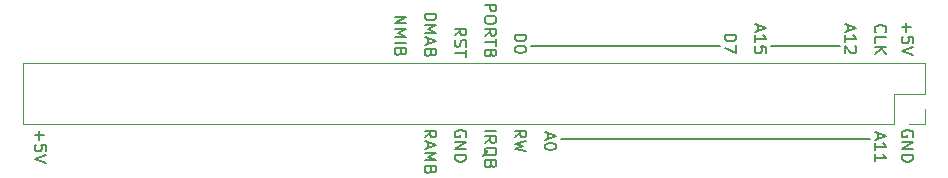
<source format=gbr>
%TF.GenerationSoftware,KiCad,Pcbnew,7.0.3*%
%TF.CreationDate,2023-05-28T21:57:32+08:00*%
%TF.ProjectId,CartdrigeProto,43617274-6472-4696-9765-50726f746f2e,rev?*%
%TF.SameCoordinates,Original*%
%TF.FileFunction,Legend,Top*%
%TF.FilePolarity,Positive*%
%FSLAX46Y46*%
G04 Gerber Fmt 4.6, Leading zero omitted, Abs format (unit mm)*
G04 Created by KiCad (PCBNEW 7.0.3) date 2023-05-28 21:57:32*
%MOMM*%
%LPD*%
G01*
G04 APERTURE LIST*
%ADD10C,0.150000*%
%ADD11C,0.120000*%
G04 APERTURE END LIST*
D10*
X142748000Y-76454000D02*
X136906000Y-76454000D01*
X132588000Y-76454000D02*
X116586000Y-76454000D01*
X119126000Y-84328000D02*
X145288000Y-84328000D01*
X145957895Y-83855160D02*
X145957895Y-84331350D01*
X145672180Y-83759922D02*
X146672180Y-84093255D01*
X146672180Y-84093255D02*
X145672180Y-84426588D01*
X145672180Y-85283731D02*
X145672180Y-84712303D01*
X145672180Y-84998017D02*
X146672180Y-84998017D01*
X146672180Y-84998017D02*
X146529323Y-84902779D01*
X146529323Y-84902779D02*
X146434085Y-84807541D01*
X146434085Y-84807541D02*
X146386466Y-84712303D01*
X145672180Y-86236112D02*
X145672180Y-85664684D01*
X145672180Y-85950398D02*
X146672180Y-85950398D01*
X146672180Y-85950398D02*
X146529323Y-85855160D01*
X146529323Y-85855160D02*
X146434085Y-85759922D01*
X146434085Y-85759922D02*
X146386466Y-85664684D01*
X115192180Y-84220207D02*
X115668371Y-83886874D01*
X115192180Y-83648779D02*
X116192180Y-83648779D01*
X116192180Y-83648779D02*
X116192180Y-84029731D01*
X116192180Y-84029731D02*
X116144561Y-84124969D01*
X116144561Y-84124969D02*
X116096942Y-84172588D01*
X116096942Y-84172588D02*
X116001704Y-84220207D01*
X116001704Y-84220207D02*
X115858847Y-84220207D01*
X115858847Y-84220207D02*
X115763609Y-84172588D01*
X115763609Y-84172588D02*
X115715990Y-84124969D01*
X115715990Y-84124969D02*
X115668371Y-84029731D01*
X115668371Y-84029731D02*
X115668371Y-83648779D01*
X116192180Y-84553541D02*
X115192180Y-84791636D01*
X115192180Y-84791636D02*
X115906466Y-84982112D01*
X115906466Y-84982112D02*
X115192180Y-85172588D01*
X115192180Y-85172588D02*
X116192180Y-85410684D01*
X148910561Y-84172588D02*
X148958180Y-84077350D01*
X148958180Y-84077350D02*
X148958180Y-83934493D01*
X148958180Y-83934493D02*
X148910561Y-83791636D01*
X148910561Y-83791636D02*
X148815323Y-83696398D01*
X148815323Y-83696398D02*
X148720085Y-83648779D01*
X148720085Y-83648779D02*
X148529609Y-83601160D01*
X148529609Y-83601160D02*
X148386752Y-83601160D01*
X148386752Y-83601160D02*
X148196276Y-83648779D01*
X148196276Y-83648779D02*
X148101038Y-83696398D01*
X148101038Y-83696398D02*
X148005800Y-83791636D01*
X148005800Y-83791636D02*
X147958180Y-83934493D01*
X147958180Y-83934493D02*
X147958180Y-84029731D01*
X147958180Y-84029731D02*
X148005800Y-84172588D01*
X148005800Y-84172588D02*
X148053419Y-84220207D01*
X148053419Y-84220207D02*
X148386752Y-84220207D01*
X148386752Y-84220207D02*
X148386752Y-84029731D01*
X147958180Y-84648779D02*
X148958180Y-84648779D01*
X148958180Y-84648779D02*
X147958180Y-85220207D01*
X147958180Y-85220207D02*
X148958180Y-85220207D01*
X147958180Y-85696398D02*
X148958180Y-85696398D01*
X148958180Y-85696398D02*
X148958180Y-85934493D01*
X148958180Y-85934493D02*
X148910561Y-86077350D01*
X148910561Y-86077350D02*
X148815323Y-86172588D01*
X148815323Y-86172588D02*
X148720085Y-86220207D01*
X148720085Y-86220207D02*
X148529609Y-86267826D01*
X148529609Y-86267826D02*
X148386752Y-86267826D01*
X148386752Y-86267826D02*
X148196276Y-86220207D01*
X148196276Y-86220207D02*
X148101038Y-86172588D01*
X148101038Y-86172588D02*
X148005800Y-86077350D01*
X148005800Y-86077350D02*
X147958180Y-85934493D01*
X147958180Y-85934493D02*
X147958180Y-85696398D01*
X107572180Y-84220207D02*
X108048371Y-83886874D01*
X107572180Y-83648779D02*
X108572180Y-83648779D01*
X108572180Y-83648779D02*
X108572180Y-84029731D01*
X108572180Y-84029731D02*
X108524561Y-84124969D01*
X108524561Y-84124969D02*
X108476942Y-84172588D01*
X108476942Y-84172588D02*
X108381704Y-84220207D01*
X108381704Y-84220207D02*
X108238847Y-84220207D01*
X108238847Y-84220207D02*
X108143609Y-84172588D01*
X108143609Y-84172588D02*
X108095990Y-84124969D01*
X108095990Y-84124969D02*
X108048371Y-84029731D01*
X108048371Y-84029731D02*
X108048371Y-83648779D01*
X107857895Y-84601160D02*
X107857895Y-85077350D01*
X107572180Y-84505922D02*
X108572180Y-84839255D01*
X108572180Y-84839255D02*
X107572180Y-85172588D01*
X107572180Y-85505922D02*
X108572180Y-85505922D01*
X108572180Y-85505922D02*
X107857895Y-85839255D01*
X107857895Y-85839255D02*
X108572180Y-86172588D01*
X108572180Y-86172588D02*
X107572180Y-86172588D01*
X108095990Y-86982112D02*
X108048371Y-87124969D01*
X108048371Y-87124969D02*
X108000752Y-87172588D01*
X108000752Y-87172588D02*
X107905514Y-87220207D01*
X107905514Y-87220207D02*
X107762657Y-87220207D01*
X107762657Y-87220207D02*
X107667419Y-87172588D01*
X107667419Y-87172588D02*
X107619800Y-87124969D01*
X107619800Y-87124969D02*
X107572180Y-87029731D01*
X107572180Y-87029731D02*
X107572180Y-86648779D01*
X107572180Y-86648779D02*
X108572180Y-86648779D01*
X108572180Y-86648779D02*
X108572180Y-86982112D01*
X108572180Y-86982112D02*
X108524561Y-87077350D01*
X108524561Y-87077350D02*
X108476942Y-87124969D01*
X108476942Y-87124969D02*
X108381704Y-87172588D01*
X108381704Y-87172588D02*
X108286466Y-87172588D01*
X108286466Y-87172588D02*
X108191228Y-87124969D01*
X108191228Y-87124969D02*
X108143609Y-87077350D01*
X108143609Y-87077350D02*
X108095990Y-86982112D01*
X108095990Y-86982112D02*
X108095990Y-86648779D01*
X111064561Y-84172588D02*
X111112180Y-84077350D01*
X111112180Y-84077350D02*
X111112180Y-83934493D01*
X111112180Y-83934493D02*
X111064561Y-83791636D01*
X111064561Y-83791636D02*
X110969323Y-83696398D01*
X110969323Y-83696398D02*
X110874085Y-83648779D01*
X110874085Y-83648779D02*
X110683609Y-83601160D01*
X110683609Y-83601160D02*
X110540752Y-83601160D01*
X110540752Y-83601160D02*
X110350276Y-83648779D01*
X110350276Y-83648779D02*
X110255038Y-83696398D01*
X110255038Y-83696398D02*
X110159800Y-83791636D01*
X110159800Y-83791636D02*
X110112180Y-83934493D01*
X110112180Y-83934493D02*
X110112180Y-84029731D01*
X110112180Y-84029731D02*
X110159800Y-84172588D01*
X110159800Y-84172588D02*
X110207419Y-84220207D01*
X110207419Y-84220207D02*
X110540752Y-84220207D01*
X110540752Y-84220207D02*
X110540752Y-84029731D01*
X110112180Y-84648779D02*
X111112180Y-84648779D01*
X111112180Y-84648779D02*
X110112180Y-85220207D01*
X110112180Y-85220207D02*
X111112180Y-85220207D01*
X110112180Y-85696398D02*
X111112180Y-85696398D01*
X111112180Y-85696398D02*
X111112180Y-85934493D01*
X111112180Y-85934493D02*
X111064561Y-86077350D01*
X111064561Y-86077350D02*
X110969323Y-86172588D01*
X110969323Y-86172588D02*
X110874085Y-86220207D01*
X110874085Y-86220207D02*
X110683609Y-86267826D01*
X110683609Y-86267826D02*
X110540752Y-86267826D01*
X110540752Y-86267826D02*
X110350276Y-86220207D01*
X110350276Y-86220207D02*
X110255038Y-86172588D01*
X110255038Y-86172588D02*
X110159800Y-86077350D01*
X110159800Y-86077350D02*
X110112180Y-85934493D01*
X110112180Y-85934493D02*
X110112180Y-85696398D01*
X105032180Y-73996779D02*
X106032180Y-73996779D01*
X106032180Y-73996779D02*
X105032180Y-74568207D01*
X105032180Y-74568207D02*
X106032180Y-74568207D01*
X105032180Y-75044398D02*
X106032180Y-75044398D01*
X106032180Y-75044398D02*
X105317895Y-75377731D01*
X105317895Y-75377731D02*
X106032180Y-75711064D01*
X106032180Y-75711064D02*
X105032180Y-75711064D01*
X105032180Y-76187255D02*
X106032180Y-76187255D01*
X105555990Y-76996778D02*
X105508371Y-77139635D01*
X105508371Y-77139635D02*
X105460752Y-77187254D01*
X105460752Y-77187254D02*
X105365514Y-77234873D01*
X105365514Y-77234873D02*
X105222657Y-77234873D01*
X105222657Y-77234873D02*
X105127419Y-77187254D01*
X105127419Y-77187254D02*
X105079800Y-77139635D01*
X105079800Y-77139635D02*
X105032180Y-77044397D01*
X105032180Y-77044397D02*
X105032180Y-76663445D01*
X105032180Y-76663445D02*
X106032180Y-76663445D01*
X106032180Y-76663445D02*
X106032180Y-76996778D01*
X106032180Y-76996778D02*
X105984561Y-77092016D01*
X105984561Y-77092016D02*
X105936942Y-77139635D01*
X105936942Y-77139635D02*
X105841704Y-77187254D01*
X105841704Y-77187254D02*
X105746466Y-77187254D01*
X105746466Y-77187254D02*
X105651228Y-77139635D01*
X105651228Y-77139635D02*
X105603609Y-77092016D01*
X105603609Y-77092016D02*
X105555990Y-76996778D01*
X105555990Y-76996778D02*
X105555990Y-76663445D01*
X107572180Y-73742779D02*
X108572180Y-73742779D01*
X108572180Y-73742779D02*
X108572180Y-73980874D01*
X108572180Y-73980874D02*
X108524561Y-74123731D01*
X108524561Y-74123731D02*
X108429323Y-74218969D01*
X108429323Y-74218969D02*
X108334085Y-74266588D01*
X108334085Y-74266588D02*
X108143609Y-74314207D01*
X108143609Y-74314207D02*
X108000752Y-74314207D01*
X108000752Y-74314207D02*
X107810276Y-74266588D01*
X107810276Y-74266588D02*
X107715038Y-74218969D01*
X107715038Y-74218969D02*
X107619800Y-74123731D01*
X107619800Y-74123731D02*
X107572180Y-73980874D01*
X107572180Y-73980874D02*
X107572180Y-73742779D01*
X107572180Y-74742779D02*
X108572180Y-74742779D01*
X108572180Y-74742779D02*
X107857895Y-75076112D01*
X107857895Y-75076112D02*
X108572180Y-75409445D01*
X108572180Y-75409445D02*
X107572180Y-75409445D01*
X107857895Y-75838017D02*
X107857895Y-76314207D01*
X107572180Y-75742779D02*
X108572180Y-76076112D01*
X108572180Y-76076112D02*
X107572180Y-76409445D01*
X108095990Y-77076112D02*
X108048371Y-77218969D01*
X108048371Y-77218969D02*
X108000752Y-77266588D01*
X108000752Y-77266588D02*
X107905514Y-77314207D01*
X107905514Y-77314207D02*
X107762657Y-77314207D01*
X107762657Y-77314207D02*
X107667419Y-77266588D01*
X107667419Y-77266588D02*
X107619800Y-77218969D01*
X107619800Y-77218969D02*
X107572180Y-77123731D01*
X107572180Y-77123731D02*
X107572180Y-76742779D01*
X107572180Y-76742779D02*
X108572180Y-76742779D01*
X108572180Y-76742779D02*
X108572180Y-77076112D01*
X108572180Y-77076112D02*
X108524561Y-77171350D01*
X108524561Y-77171350D02*
X108476942Y-77218969D01*
X108476942Y-77218969D02*
X108381704Y-77266588D01*
X108381704Y-77266588D02*
X108286466Y-77266588D01*
X108286466Y-77266588D02*
X108191228Y-77218969D01*
X108191228Y-77218969D02*
X108143609Y-77171350D01*
X108143609Y-77171350D02*
X108095990Y-77076112D01*
X108095990Y-77076112D02*
X108095990Y-76742779D01*
X112652180Y-83648779D02*
X113652180Y-83648779D01*
X112652180Y-84696397D02*
X113128371Y-84363064D01*
X112652180Y-84124969D02*
X113652180Y-84124969D01*
X113652180Y-84124969D02*
X113652180Y-84505921D01*
X113652180Y-84505921D02*
X113604561Y-84601159D01*
X113604561Y-84601159D02*
X113556942Y-84648778D01*
X113556942Y-84648778D02*
X113461704Y-84696397D01*
X113461704Y-84696397D02*
X113318847Y-84696397D01*
X113318847Y-84696397D02*
X113223609Y-84648778D01*
X113223609Y-84648778D02*
X113175990Y-84601159D01*
X113175990Y-84601159D02*
X113128371Y-84505921D01*
X113128371Y-84505921D02*
X113128371Y-84124969D01*
X112556942Y-85791635D02*
X112604561Y-85696397D01*
X112604561Y-85696397D02*
X112699800Y-85601159D01*
X112699800Y-85601159D02*
X112842657Y-85458302D01*
X112842657Y-85458302D02*
X112890276Y-85363064D01*
X112890276Y-85363064D02*
X112890276Y-85267826D01*
X112652180Y-85315445D02*
X112699800Y-85220207D01*
X112699800Y-85220207D02*
X112795038Y-85124969D01*
X112795038Y-85124969D02*
X112985514Y-85077350D01*
X112985514Y-85077350D02*
X113318847Y-85077350D01*
X113318847Y-85077350D02*
X113509323Y-85124969D01*
X113509323Y-85124969D02*
X113604561Y-85220207D01*
X113604561Y-85220207D02*
X113652180Y-85315445D01*
X113652180Y-85315445D02*
X113652180Y-85505921D01*
X113652180Y-85505921D02*
X113604561Y-85601159D01*
X113604561Y-85601159D02*
X113509323Y-85696397D01*
X113509323Y-85696397D02*
X113318847Y-85744016D01*
X113318847Y-85744016D02*
X112985514Y-85744016D01*
X112985514Y-85744016D02*
X112795038Y-85696397D01*
X112795038Y-85696397D02*
X112699800Y-85601159D01*
X112699800Y-85601159D02*
X112652180Y-85505921D01*
X112652180Y-85505921D02*
X112652180Y-85315445D01*
X113175990Y-86505921D02*
X113128371Y-86648778D01*
X113128371Y-86648778D02*
X113080752Y-86696397D01*
X113080752Y-86696397D02*
X112985514Y-86744016D01*
X112985514Y-86744016D02*
X112842657Y-86744016D01*
X112842657Y-86744016D02*
X112747419Y-86696397D01*
X112747419Y-86696397D02*
X112699800Y-86648778D01*
X112699800Y-86648778D02*
X112652180Y-86553540D01*
X112652180Y-86553540D02*
X112652180Y-86172588D01*
X112652180Y-86172588D02*
X113652180Y-86172588D01*
X113652180Y-86172588D02*
X113652180Y-86505921D01*
X113652180Y-86505921D02*
X113604561Y-86601159D01*
X113604561Y-86601159D02*
X113556942Y-86648778D01*
X113556942Y-86648778D02*
X113461704Y-86696397D01*
X113461704Y-86696397D02*
X113366466Y-86696397D01*
X113366466Y-86696397D02*
X113271228Y-86648778D01*
X113271228Y-86648778D02*
X113223609Y-86601159D01*
X113223609Y-86601159D02*
X113175990Y-86505921D01*
X113175990Y-86505921D02*
X113175990Y-86172588D01*
X143417895Y-74711160D02*
X143417895Y-75187350D01*
X143132180Y-74615922D02*
X144132180Y-74949255D01*
X144132180Y-74949255D02*
X143132180Y-75282588D01*
X143132180Y-76139731D02*
X143132180Y-75568303D01*
X143132180Y-75854017D02*
X144132180Y-75854017D01*
X144132180Y-75854017D02*
X143989323Y-75758779D01*
X143989323Y-75758779D02*
X143894085Y-75663541D01*
X143894085Y-75663541D02*
X143846466Y-75568303D01*
X144036942Y-76520684D02*
X144084561Y-76568303D01*
X144084561Y-76568303D02*
X144132180Y-76663541D01*
X144132180Y-76663541D02*
X144132180Y-76901636D01*
X144132180Y-76901636D02*
X144084561Y-76996874D01*
X144084561Y-76996874D02*
X144036942Y-77044493D01*
X144036942Y-77044493D02*
X143941704Y-77092112D01*
X143941704Y-77092112D02*
X143846466Y-77092112D01*
X143846466Y-77092112D02*
X143703609Y-77044493D01*
X143703609Y-77044493D02*
X143132180Y-76473065D01*
X143132180Y-76473065D02*
X143132180Y-77092112D01*
X118017895Y-83855160D02*
X118017895Y-84331350D01*
X117732180Y-83759922D02*
X118732180Y-84093255D01*
X118732180Y-84093255D02*
X117732180Y-84426588D01*
X118732180Y-84950398D02*
X118732180Y-85045636D01*
X118732180Y-85045636D02*
X118684561Y-85140874D01*
X118684561Y-85140874D02*
X118636942Y-85188493D01*
X118636942Y-85188493D02*
X118541704Y-85236112D01*
X118541704Y-85236112D02*
X118351228Y-85283731D01*
X118351228Y-85283731D02*
X118113133Y-85283731D01*
X118113133Y-85283731D02*
X117922657Y-85236112D01*
X117922657Y-85236112D02*
X117827419Y-85188493D01*
X117827419Y-85188493D02*
X117779800Y-85140874D01*
X117779800Y-85140874D02*
X117732180Y-85045636D01*
X117732180Y-85045636D02*
X117732180Y-84950398D01*
X117732180Y-84950398D02*
X117779800Y-84855160D01*
X117779800Y-84855160D02*
X117827419Y-84807541D01*
X117827419Y-84807541D02*
X117922657Y-84759922D01*
X117922657Y-84759922D02*
X118113133Y-84712303D01*
X118113133Y-84712303D02*
X118351228Y-84712303D01*
X118351228Y-84712303D02*
X118541704Y-84759922D01*
X118541704Y-84759922D02*
X118636942Y-84807541D01*
X118636942Y-84807541D02*
X118684561Y-84855160D01*
X118684561Y-84855160D02*
X118732180Y-84950398D01*
X132972180Y-75520779D02*
X133972180Y-75520779D01*
X133972180Y-75520779D02*
X133972180Y-75758874D01*
X133972180Y-75758874D02*
X133924561Y-75901731D01*
X133924561Y-75901731D02*
X133829323Y-75996969D01*
X133829323Y-75996969D02*
X133734085Y-76044588D01*
X133734085Y-76044588D02*
X133543609Y-76092207D01*
X133543609Y-76092207D02*
X133400752Y-76092207D01*
X133400752Y-76092207D02*
X133210276Y-76044588D01*
X133210276Y-76044588D02*
X133115038Y-75996969D01*
X133115038Y-75996969D02*
X133019800Y-75901731D01*
X133019800Y-75901731D02*
X132972180Y-75758874D01*
X132972180Y-75758874D02*
X132972180Y-75520779D01*
X133972180Y-76425541D02*
X133972180Y-77092207D01*
X133972180Y-77092207D02*
X132972180Y-76663636D01*
X145767419Y-75330207D02*
X145719800Y-75282588D01*
X145719800Y-75282588D02*
X145672180Y-75139731D01*
X145672180Y-75139731D02*
X145672180Y-75044493D01*
X145672180Y-75044493D02*
X145719800Y-74901636D01*
X145719800Y-74901636D02*
X145815038Y-74806398D01*
X145815038Y-74806398D02*
X145910276Y-74758779D01*
X145910276Y-74758779D02*
X146100752Y-74711160D01*
X146100752Y-74711160D02*
X146243609Y-74711160D01*
X146243609Y-74711160D02*
X146434085Y-74758779D01*
X146434085Y-74758779D02*
X146529323Y-74806398D01*
X146529323Y-74806398D02*
X146624561Y-74901636D01*
X146624561Y-74901636D02*
X146672180Y-75044493D01*
X146672180Y-75044493D02*
X146672180Y-75139731D01*
X146672180Y-75139731D02*
X146624561Y-75282588D01*
X146624561Y-75282588D02*
X146576942Y-75330207D01*
X145672180Y-76234969D02*
X145672180Y-75758779D01*
X145672180Y-75758779D02*
X146672180Y-75758779D01*
X145672180Y-76568303D02*
X146672180Y-76568303D01*
X145672180Y-77139731D02*
X146243609Y-76711160D01*
X146672180Y-77139731D02*
X146100752Y-76568303D01*
X74933133Y-83648779D02*
X74933133Y-84410684D01*
X74552180Y-84029731D02*
X75314085Y-84029731D01*
X75552180Y-85363064D02*
X75552180Y-84886874D01*
X75552180Y-84886874D02*
X75075990Y-84839255D01*
X75075990Y-84839255D02*
X75123609Y-84886874D01*
X75123609Y-84886874D02*
X75171228Y-84982112D01*
X75171228Y-84982112D02*
X75171228Y-85220207D01*
X75171228Y-85220207D02*
X75123609Y-85315445D01*
X75123609Y-85315445D02*
X75075990Y-85363064D01*
X75075990Y-85363064D02*
X74980752Y-85410683D01*
X74980752Y-85410683D02*
X74742657Y-85410683D01*
X74742657Y-85410683D02*
X74647419Y-85363064D01*
X74647419Y-85363064D02*
X74599800Y-85315445D01*
X74599800Y-85315445D02*
X74552180Y-85220207D01*
X74552180Y-85220207D02*
X74552180Y-84982112D01*
X74552180Y-84982112D02*
X74599800Y-84886874D01*
X74599800Y-84886874D02*
X74647419Y-84839255D01*
X75552180Y-85696398D02*
X74552180Y-86029731D01*
X74552180Y-86029731D02*
X75552180Y-86363064D01*
X112652180Y-72980779D02*
X113652180Y-72980779D01*
X113652180Y-72980779D02*
X113652180Y-73361731D01*
X113652180Y-73361731D02*
X113604561Y-73456969D01*
X113604561Y-73456969D02*
X113556942Y-73504588D01*
X113556942Y-73504588D02*
X113461704Y-73552207D01*
X113461704Y-73552207D02*
X113318847Y-73552207D01*
X113318847Y-73552207D02*
X113223609Y-73504588D01*
X113223609Y-73504588D02*
X113175990Y-73456969D01*
X113175990Y-73456969D02*
X113128371Y-73361731D01*
X113128371Y-73361731D02*
X113128371Y-72980779D01*
X113652180Y-74171255D02*
X113652180Y-74361731D01*
X113652180Y-74361731D02*
X113604561Y-74456969D01*
X113604561Y-74456969D02*
X113509323Y-74552207D01*
X113509323Y-74552207D02*
X113318847Y-74599826D01*
X113318847Y-74599826D02*
X112985514Y-74599826D01*
X112985514Y-74599826D02*
X112795038Y-74552207D01*
X112795038Y-74552207D02*
X112699800Y-74456969D01*
X112699800Y-74456969D02*
X112652180Y-74361731D01*
X112652180Y-74361731D02*
X112652180Y-74171255D01*
X112652180Y-74171255D02*
X112699800Y-74076017D01*
X112699800Y-74076017D02*
X112795038Y-73980779D01*
X112795038Y-73980779D02*
X112985514Y-73933160D01*
X112985514Y-73933160D02*
X113318847Y-73933160D01*
X113318847Y-73933160D02*
X113509323Y-73980779D01*
X113509323Y-73980779D02*
X113604561Y-74076017D01*
X113604561Y-74076017D02*
X113652180Y-74171255D01*
X112652180Y-75599826D02*
X113128371Y-75266493D01*
X112652180Y-75028398D02*
X113652180Y-75028398D01*
X113652180Y-75028398D02*
X113652180Y-75409350D01*
X113652180Y-75409350D02*
X113604561Y-75504588D01*
X113604561Y-75504588D02*
X113556942Y-75552207D01*
X113556942Y-75552207D02*
X113461704Y-75599826D01*
X113461704Y-75599826D02*
X113318847Y-75599826D01*
X113318847Y-75599826D02*
X113223609Y-75552207D01*
X113223609Y-75552207D02*
X113175990Y-75504588D01*
X113175990Y-75504588D02*
X113128371Y-75409350D01*
X113128371Y-75409350D02*
X113128371Y-75028398D01*
X113652180Y-75885541D02*
X113652180Y-76456969D01*
X112652180Y-76171255D02*
X113652180Y-76171255D01*
X113175990Y-77123636D02*
X113128371Y-77266493D01*
X113128371Y-77266493D02*
X113080752Y-77314112D01*
X113080752Y-77314112D02*
X112985514Y-77361731D01*
X112985514Y-77361731D02*
X112842657Y-77361731D01*
X112842657Y-77361731D02*
X112747419Y-77314112D01*
X112747419Y-77314112D02*
X112699800Y-77266493D01*
X112699800Y-77266493D02*
X112652180Y-77171255D01*
X112652180Y-77171255D02*
X112652180Y-76790303D01*
X112652180Y-76790303D02*
X113652180Y-76790303D01*
X113652180Y-76790303D02*
X113652180Y-77123636D01*
X113652180Y-77123636D02*
X113604561Y-77218874D01*
X113604561Y-77218874D02*
X113556942Y-77266493D01*
X113556942Y-77266493D02*
X113461704Y-77314112D01*
X113461704Y-77314112D02*
X113366466Y-77314112D01*
X113366466Y-77314112D02*
X113271228Y-77266493D01*
X113271228Y-77266493D02*
X113223609Y-77218874D01*
X113223609Y-77218874D02*
X113175990Y-77123636D01*
X113175990Y-77123636D02*
X113175990Y-76790303D01*
X110112180Y-75584207D02*
X110588371Y-75250874D01*
X110112180Y-75012779D02*
X111112180Y-75012779D01*
X111112180Y-75012779D02*
X111112180Y-75393731D01*
X111112180Y-75393731D02*
X111064561Y-75488969D01*
X111064561Y-75488969D02*
X111016942Y-75536588D01*
X111016942Y-75536588D02*
X110921704Y-75584207D01*
X110921704Y-75584207D02*
X110778847Y-75584207D01*
X110778847Y-75584207D02*
X110683609Y-75536588D01*
X110683609Y-75536588D02*
X110635990Y-75488969D01*
X110635990Y-75488969D02*
X110588371Y-75393731D01*
X110588371Y-75393731D02*
X110588371Y-75012779D01*
X110159800Y-75965160D02*
X110112180Y-76108017D01*
X110112180Y-76108017D02*
X110112180Y-76346112D01*
X110112180Y-76346112D02*
X110159800Y-76441350D01*
X110159800Y-76441350D02*
X110207419Y-76488969D01*
X110207419Y-76488969D02*
X110302657Y-76536588D01*
X110302657Y-76536588D02*
X110397895Y-76536588D01*
X110397895Y-76536588D02*
X110493133Y-76488969D01*
X110493133Y-76488969D02*
X110540752Y-76441350D01*
X110540752Y-76441350D02*
X110588371Y-76346112D01*
X110588371Y-76346112D02*
X110635990Y-76155636D01*
X110635990Y-76155636D02*
X110683609Y-76060398D01*
X110683609Y-76060398D02*
X110731228Y-76012779D01*
X110731228Y-76012779D02*
X110826466Y-75965160D01*
X110826466Y-75965160D02*
X110921704Y-75965160D01*
X110921704Y-75965160D02*
X111016942Y-76012779D01*
X111016942Y-76012779D02*
X111064561Y-76060398D01*
X111064561Y-76060398D02*
X111112180Y-76155636D01*
X111112180Y-76155636D02*
X111112180Y-76393731D01*
X111112180Y-76393731D02*
X111064561Y-76536588D01*
X111112180Y-76822303D02*
X111112180Y-77393731D01*
X110112180Y-77108017D02*
X111112180Y-77108017D01*
X115192180Y-75520779D02*
X116192180Y-75520779D01*
X116192180Y-75520779D02*
X116192180Y-75758874D01*
X116192180Y-75758874D02*
X116144561Y-75901731D01*
X116144561Y-75901731D02*
X116049323Y-75996969D01*
X116049323Y-75996969D02*
X115954085Y-76044588D01*
X115954085Y-76044588D02*
X115763609Y-76092207D01*
X115763609Y-76092207D02*
X115620752Y-76092207D01*
X115620752Y-76092207D02*
X115430276Y-76044588D01*
X115430276Y-76044588D02*
X115335038Y-75996969D01*
X115335038Y-75996969D02*
X115239800Y-75901731D01*
X115239800Y-75901731D02*
X115192180Y-75758874D01*
X115192180Y-75758874D02*
X115192180Y-75520779D01*
X116192180Y-76711255D02*
X116192180Y-76806493D01*
X116192180Y-76806493D02*
X116144561Y-76901731D01*
X116144561Y-76901731D02*
X116096942Y-76949350D01*
X116096942Y-76949350D02*
X116001704Y-76996969D01*
X116001704Y-76996969D02*
X115811228Y-77044588D01*
X115811228Y-77044588D02*
X115573133Y-77044588D01*
X115573133Y-77044588D02*
X115382657Y-76996969D01*
X115382657Y-76996969D02*
X115287419Y-76949350D01*
X115287419Y-76949350D02*
X115239800Y-76901731D01*
X115239800Y-76901731D02*
X115192180Y-76806493D01*
X115192180Y-76806493D02*
X115192180Y-76711255D01*
X115192180Y-76711255D02*
X115239800Y-76616017D01*
X115239800Y-76616017D02*
X115287419Y-76568398D01*
X115287419Y-76568398D02*
X115382657Y-76520779D01*
X115382657Y-76520779D02*
X115573133Y-76473160D01*
X115573133Y-76473160D02*
X115811228Y-76473160D01*
X115811228Y-76473160D02*
X116001704Y-76520779D01*
X116001704Y-76520779D02*
X116096942Y-76568398D01*
X116096942Y-76568398D02*
X116144561Y-76616017D01*
X116144561Y-76616017D02*
X116192180Y-76711255D01*
X135797895Y-74711160D02*
X135797895Y-75187350D01*
X135512180Y-74615922D02*
X136512180Y-74949255D01*
X136512180Y-74949255D02*
X135512180Y-75282588D01*
X135512180Y-76139731D02*
X135512180Y-75568303D01*
X135512180Y-75854017D02*
X136512180Y-75854017D01*
X136512180Y-75854017D02*
X136369323Y-75758779D01*
X136369323Y-75758779D02*
X136274085Y-75663541D01*
X136274085Y-75663541D02*
X136226466Y-75568303D01*
X136512180Y-77044493D02*
X136512180Y-76568303D01*
X136512180Y-76568303D02*
X136035990Y-76520684D01*
X136035990Y-76520684D02*
X136083609Y-76568303D01*
X136083609Y-76568303D02*
X136131228Y-76663541D01*
X136131228Y-76663541D02*
X136131228Y-76901636D01*
X136131228Y-76901636D02*
X136083609Y-76996874D01*
X136083609Y-76996874D02*
X136035990Y-77044493D01*
X136035990Y-77044493D02*
X135940752Y-77092112D01*
X135940752Y-77092112D02*
X135702657Y-77092112D01*
X135702657Y-77092112D02*
X135607419Y-77044493D01*
X135607419Y-77044493D02*
X135559800Y-76996874D01*
X135559800Y-76996874D02*
X135512180Y-76901636D01*
X135512180Y-76901636D02*
X135512180Y-76663541D01*
X135512180Y-76663541D02*
X135559800Y-76568303D01*
X135559800Y-76568303D02*
X135607419Y-76520684D01*
X148339133Y-74504779D02*
X148339133Y-75266684D01*
X147958180Y-74885731D02*
X148720085Y-74885731D01*
X148958180Y-76219064D02*
X148958180Y-75742874D01*
X148958180Y-75742874D02*
X148481990Y-75695255D01*
X148481990Y-75695255D02*
X148529609Y-75742874D01*
X148529609Y-75742874D02*
X148577228Y-75838112D01*
X148577228Y-75838112D02*
X148577228Y-76076207D01*
X148577228Y-76076207D02*
X148529609Y-76171445D01*
X148529609Y-76171445D02*
X148481990Y-76219064D01*
X148481990Y-76219064D02*
X148386752Y-76266683D01*
X148386752Y-76266683D02*
X148148657Y-76266683D01*
X148148657Y-76266683D02*
X148053419Y-76219064D01*
X148053419Y-76219064D02*
X148005800Y-76171445D01*
X148005800Y-76171445D02*
X147958180Y-76076207D01*
X147958180Y-76076207D02*
X147958180Y-75838112D01*
X147958180Y-75838112D02*
X148005800Y-75742874D01*
X148005800Y-75742874D02*
X148053419Y-75695255D01*
X148958180Y-76552398D02*
X147958180Y-76885731D01*
X147958180Y-76885731D02*
X148958180Y-77219064D01*
D11*
%TO.C,J1*%
X149920000Y-77918000D02*
X73600000Y-77918000D01*
X149920000Y-77918000D02*
X149920000Y-80518000D01*
X73600000Y-77918000D02*
X73600000Y-83118000D01*
X149920000Y-80518000D02*
X147320000Y-80518000D01*
X147320000Y-80518000D02*
X147320000Y-83118000D01*
X149920000Y-81788000D02*
X149920000Y-83118000D01*
X149920000Y-83118000D02*
X148590000Y-83118000D01*
X147320000Y-83118000D02*
X73600000Y-83118000D01*
%TD*%
M02*

</source>
